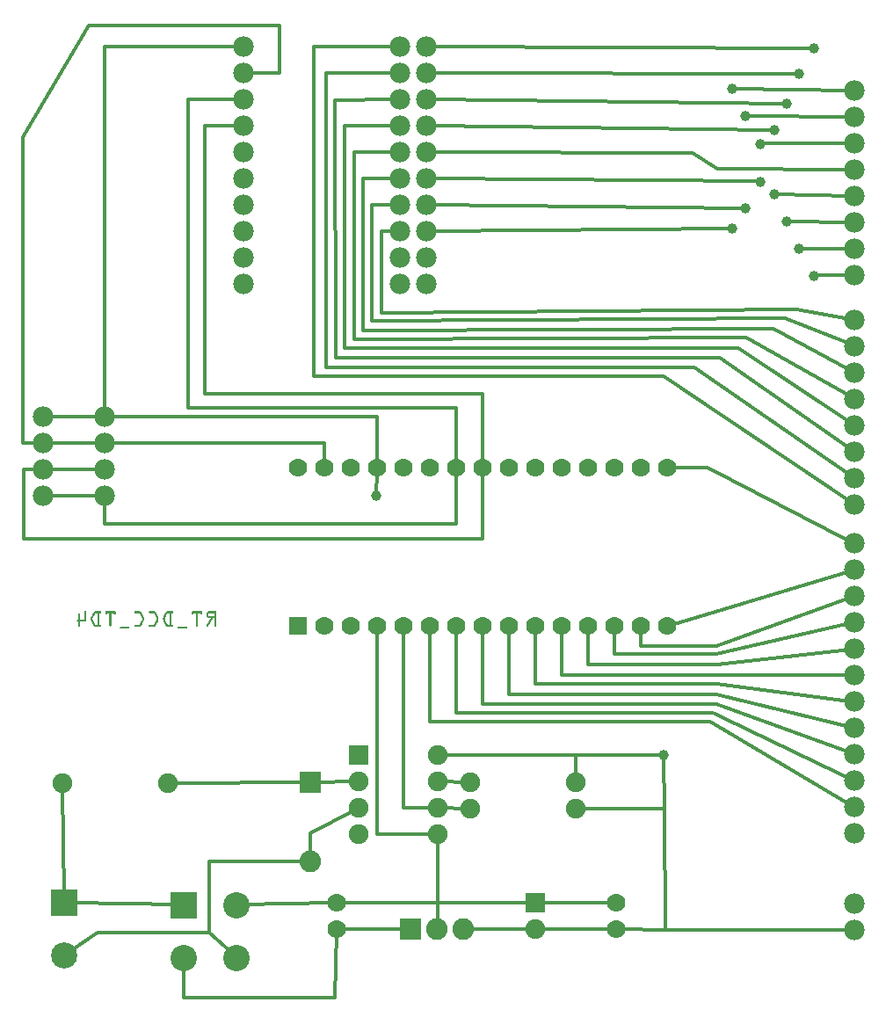
<source format=gbl>
G04 MADE WITH FRITZING*
G04 WWW.FRITZING.ORG*
G04 DOUBLE SIDED*
G04 HOLES PLATED*
G04 CONTOUR ON CENTER OF CONTOUR VECTOR*
%ASAXBY*%
%FSLAX23Y23*%
%MOIN*%
%OFA0B0*%
%SFA1.0B1.0*%
%ADD10C,0.100000*%
%ADD11C,0.070000*%
%ADD12C,0.075000*%
%ADD13C,0.082000*%
%ADD14C,0.078000*%
%ADD15C,0.039370*%
%ADD16C,0.099055*%
%ADD17R,0.100000X0.100000*%
%ADD18R,0.070000X0.069972*%
%ADD19R,0.075000X0.075000*%
%ADD20R,0.082000X0.082000*%
%ADD21R,0.099055X0.099055*%
%ADD22C,0.012000*%
%ADD23R,0.001000X0.001000*%
%LNCOPPER0*%
G90*
G70*
G54D10*
X656Y550D03*
X856Y350D03*
X656Y350D03*
X856Y550D03*
G54D11*
X1087Y1607D03*
X1187Y1607D03*
X1287Y1607D03*
X1387Y1607D03*
X1487Y1607D03*
X1587Y1607D03*
X1687Y1607D03*
X1787Y1607D03*
X1887Y1607D03*
X1987Y1607D03*
X2087Y1607D03*
X2187Y1607D03*
X2287Y1607D03*
X2387Y1607D03*
X2487Y1607D03*
X1087Y2207D03*
X1187Y2207D03*
X1287Y2207D03*
X1387Y2207D03*
X1487Y2207D03*
X1587Y2207D03*
X1687Y2207D03*
X1787Y2207D03*
X1887Y2207D03*
X1987Y2207D03*
X2087Y2207D03*
X2187Y2207D03*
X2287Y2207D03*
X2387Y2207D03*
X2487Y2207D03*
X2295Y557D03*
X2295Y457D03*
X1233Y559D03*
X1233Y459D03*
G54D12*
X1989Y557D03*
X1989Y457D03*
X1318Y1118D03*
X1618Y1118D03*
X1318Y1018D03*
X1618Y1018D03*
X1318Y918D03*
X1618Y918D03*
X1318Y818D03*
X1618Y818D03*
X195Y1013D03*
X595Y1013D03*
G54D13*
X1134Y1014D03*
X1134Y716D03*
G54D12*
X1742Y914D03*
X2142Y914D03*
X1742Y1016D03*
X2142Y1016D03*
G54D13*
X1516Y459D03*
X1616Y459D03*
X1716Y459D03*
G54D14*
X3199Y2770D03*
X3199Y2670D03*
X3199Y2570D03*
X3199Y2470D03*
X3199Y2370D03*
X3199Y2270D03*
X3199Y2170D03*
X3199Y2070D03*
X3199Y3638D03*
X3199Y3538D03*
X3199Y3438D03*
X3199Y3338D03*
X3199Y3238D03*
X3199Y3138D03*
X3199Y3038D03*
X3199Y2938D03*
G54D15*
X1385Y2102D03*
X2474Y1118D03*
G54D14*
X3199Y1921D03*
X3199Y1821D03*
X3199Y1721D03*
X3199Y1621D03*
X3199Y1521D03*
X3199Y1421D03*
X3199Y1321D03*
X3199Y1221D03*
X3199Y1121D03*
X3199Y1021D03*
X3199Y921D03*
X3199Y821D03*
G54D15*
X2736Y3644D03*
X2785Y3542D03*
X2842Y3436D03*
X2893Y3245D03*
X2941Y3143D03*
X2989Y3038D03*
X3044Y2936D03*
X3044Y3800D03*
X2989Y3701D03*
X2941Y3587D03*
X2893Y3489D03*
X2842Y3293D03*
X2785Y3193D03*
X2736Y3114D03*
G54D14*
X3199Y555D03*
X3199Y455D03*
G54D16*
X200Y559D03*
X200Y359D03*
G54D14*
X1473Y3805D03*
X1473Y3705D03*
X1473Y3605D03*
X1473Y3505D03*
X1473Y3405D03*
X1473Y3305D03*
X1473Y3205D03*
X1473Y3105D03*
X1473Y3005D03*
X1473Y2905D03*
X1473Y3805D03*
X1473Y3705D03*
X1473Y3605D03*
X1473Y3505D03*
X1473Y3405D03*
X1473Y3305D03*
X1473Y3205D03*
X1473Y3105D03*
X1473Y3005D03*
X1473Y2905D03*
X1573Y2905D03*
X1573Y3005D03*
X1573Y3105D03*
X1573Y3205D03*
X1573Y3305D03*
X1573Y3405D03*
X1573Y3505D03*
X1573Y3605D03*
X1573Y3705D03*
X1573Y3805D03*
X882Y3805D03*
X882Y3705D03*
X882Y3605D03*
X882Y3505D03*
X882Y3405D03*
X882Y3305D03*
X882Y3205D03*
X882Y3105D03*
X882Y3005D03*
X882Y2905D03*
X353Y2402D03*
X353Y2302D03*
X353Y2202D03*
X353Y2102D03*
X122Y2402D03*
X122Y2302D03*
X122Y2202D03*
X122Y2102D03*
G54D17*
X656Y550D03*
G54D18*
X1087Y1607D03*
G54D19*
X1989Y557D03*
X1318Y1118D03*
G54D20*
X1134Y1015D03*
X1516Y459D03*
G54D21*
X200Y559D03*
G54D22*
X1687Y2436D02*
X1687Y2225D01*
D02*
X671Y2436D02*
X1687Y2436D01*
D02*
X671Y3605D02*
X671Y2436D01*
D02*
X863Y3605D02*
X671Y3605D01*
D02*
X1787Y2489D02*
X1787Y2225D01*
D02*
X733Y2489D02*
X1787Y2489D01*
D02*
X733Y3505D02*
X733Y2489D01*
D02*
X863Y3505D02*
X733Y3505D01*
D02*
X1687Y1995D02*
X1687Y2189D01*
D02*
X354Y1995D02*
X1687Y1995D01*
D02*
X353Y2083D02*
X354Y1995D01*
D02*
X1787Y1937D02*
X1787Y2189D01*
D02*
X47Y1937D02*
X1787Y1937D01*
D02*
X47Y2202D02*
X47Y1937D01*
D02*
X103Y2202D02*
X47Y2202D01*
D02*
X334Y2202D02*
X141Y2202D01*
D02*
X141Y2102D02*
X334Y2102D01*
D02*
X1187Y2302D02*
X1187Y2225D01*
D02*
X490Y2302D02*
X1187Y2302D01*
D02*
X372Y2302D02*
X490Y2302D01*
D02*
X141Y2302D02*
X334Y2302D01*
D02*
X1387Y2402D02*
X1387Y2225D01*
D02*
X372Y2402D02*
X1387Y2402D01*
D02*
X334Y2402D02*
X141Y2402D01*
D02*
X636Y551D02*
X230Y559D01*
D02*
X329Y444D02*
X225Y375D01*
D02*
X752Y444D02*
X329Y444D01*
D02*
X841Y364D02*
X752Y444D01*
D02*
X1218Y558D02*
X876Y551D01*
D02*
X656Y197D02*
X656Y330D01*
D02*
X1228Y197D02*
X656Y197D01*
D02*
X1233Y444D02*
X1228Y197D01*
D02*
X1618Y559D02*
X1248Y559D01*
D02*
X1972Y557D02*
X1618Y559D01*
D02*
X2280Y557D02*
X2007Y557D01*
D02*
X2280Y457D02*
X2007Y457D01*
D02*
X1618Y559D02*
X1618Y800D01*
D02*
X1617Y480D02*
X1618Y559D01*
D02*
X1387Y818D02*
X1387Y1589D01*
D02*
X1600Y818D02*
X1387Y818D01*
D02*
X195Y995D02*
X200Y589D01*
D02*
X1155Y1014D02*
X1300Y1017D01*
D02*
X1134Y823D02*
X1302Y910D01*
D02*
X1134Y737D02*
X1134Y823D01*
D02*
X752Y716D02*
X1113Y716D01*
D02*
X752Y444D02*
X752Y716D01*
D02*
X2478Y914D02*
X2482Y454D01*
D02*
X2474Y1110D02*
X2478Y914D01*
D02*
X2482Y454D02*
X2310Y457D01*
D02*
X1487Y918D02*
X1487Y1589D01*
D02*
X1600Y918D02*
X1487Y918D01*
D02*
X1635Y917D02*
X1725Y915D01*
D02*
X1635Y1017D02*
X1725Y1016D01*
D02*
X2478Y914D02*
X2160Y914D01*
D02*
X2142Y1118D02*
X1635Y1118D01*
D02*
X2466Y1118D02*
X2142Y1118D01*
D02*
X353Y3805D02*
X353Y2421D01*
D02*
X863Y3805D02*
X353Y3805D01*
D02*
X44Y2302D02*
X103Y2302D01*
D02*
X44Y3462D02*
X44Y2302D01*
D02*
X293Y3885D02*
X44Y3462D01*
D02*
X1018Y3885D02*
X293Y3885D01*
D02*
X1018Y3705D02*
X1018Y3885D01*
D02*
X901Y3705D02*
X1018Y3705D01*
D02*
X1495Y459D02*
X1248Y459D01*
D02*
X1972Y457D02*
X1737Y459D01*
D02*
X3036Y3800D02*
X1592Y3805D01*
D02*
X3180Y3638D02*
X2743Y3644D01*
D02*
X2981Y3701D02*
X1592Y3705D01*
D02*
X3180Y3538D02*
X2793Y3542D01*
D02*
X2934Y3587D02*
X1592Y3605D01*
D02*
X3180Y3438D02*
X2850Y3437D01*
D02*
X2885Y3489D02*
X1592Y3505D01*
D02*
X2584Y3401D02*
X1592Y3405D01*
D02*
X2679Y3342D02*
X2584Y3401D01*
D02*
X3180Y3338D02*
X2679Y3342D01*
D02*
X3180Y3239D02*
X2900Y3245D01*
D02*
X2834Y3294D02*
X1592Y3305D01*
D02*
X3180Y3139D02*
X2949Y3143D01*
D02*
X2777Y3193D02*
X1592Y3205D01*
D02*
X3180Y3038D02*
X2997Y3038D01*
D02*
X2728Y3114D02*
X1592Y3105D01*
D02*
X3180Y2938D02*
X3051Y2937D01*
D02*
X2978Y2810D02*
X1405Y2795D01*
D02*
X1405Y3105D02*
X1454Y3105D01*
D02*
X1405Y2795D02*
X1405Y3105D01*
D02*
X3180Y2773D02*
X2978Y2810D01*
D02*
X2935Y2776D02*
X1369Y2764D01*
D02*
X1369Y2764D02*
X1369Y3205D01*
D02*
X1369Y3205D02*
X1454Y3205D01*
D02*
X3182Y2677D02*
X2935Y2776D01*
D02*
X2891Y2736D02*
X1335Y2730D01*
D02*
X1335Y2730D02*
X1335Y3305D01*
D02*
X1335Y3305D02*
X1454Y3305D01*
D02*
X3182Y2579D02*
X2891Y2736D01*
D02*
X2787Y2702D02*
X3183Y2479D01*
D02*
X1302Y2696D02*
X2787Y2702D01*
D02*
X1302Y3405D02*
X1302Y2696D01*
D02*
X1454Y3405D02*
X1302Y3405D01*
D02*
X2757Y2662D02*
X1263Y2662D01*
D02*
X1263Y3505D02*
X1454Y3505D01*
D02*
X1263Y2662D02*
X1263Y3505D01*
D02*
X3183Y2380D02*
X2757Y2662D01*
D02*
X2689Y2624D02*
X1232Y2624D01*
D02*
X1232Y2624D02*
X1227Y3603D01*
D02*
X1227Y3603D02*
X1454Y3605D01*
D02*
X3184Y2280D02*
X2689Y2624D01*
D02*
X2590Y2588D02*
X1193Y2588D01*
D02*
X1193Y2588D02*
X1193Y3705D01*
D02*
X1193Y3705D02*
X1454Y3705D01*
D02*
X3183Y2180D02*
X2590Y2588D01*
D02*
X2476Y2556D02*
X1148Y2556D01*
D02*
X1148Y2556D02*
X1148Y3805D01*
D02*
X1148Y3805D02*
X1454Y3805D01*
D02*
X3183Y2080D02*
X2476Y2556D01*
D02*
X1385Y2110D02*
X1387Y2189D01*
D02*
X2642Y2208D02*
X2505Y2207D01*
D02*
X3182Y1929D02*
X2642Y2208D01*
D02*
X3181Y1815D02*
X2505Y1612D01*
D02*
X2387Y1531D02*
X2387Y1589D01*
D02*
X2675Y1531D02*
X2387Y1531D01*
D02*
X3181Y1714D02*
X2675Y1531D01*
D02*
X2287Y1501D02*
X2287Y1589D01*
D02*
X2675Y1501D02*
X2287Y1501D01*
D02*
X3181Y1617D02*
X2675Y1501D01*
D02*
X2187Y1463D02*
X2187Y1589D01*
D02*
X2677Y1463D02*
X2187Y1463D01*
D02*
X3180Y1519D02*
X2677Y1463D01*
D02*
X2087Y1421D02*
X2087Y1589D01*
D02*
X3180Y1421D02*
X2087Y1421D01*
D02*
X1987Y1388D02*
X1987Y1589D01*
D02*
X2673Y1388D02*
X1987Y1388D01*
D02*
X3180Y1323D02*
X2673Y1388D01*
D02*
X1887Y1350D02*
X2675Y1350D01*
D02*
X2675Y1350D02*
X3181Y1225D01*
D02*
X1887Y1589D02*
X1887Y1350D01*
D02*
X2142Y1118D02*
X2142Y1033D01*
D02*
X2673Y1313D02*
X3181Y1127D01*
D02*
X1787Y1313D02*
X2673Y1313D01*
D02*
X1787Y1589D02*
X1787Y1313D01*
D02*
X1687Y1279D02*
X2662Y1279D01*
D02*
X2662Y1279D02*
X3182Y1029D01*
D02*
X1687Y1589D02*
X1687Y1279D01*
D02*
X1587Y1244D02*
X1587Y1589D01*
D02*
X2651Y1244D02*
X1587Y1244D01*
D02*
X3183Y930D02*
X2651Y1244D01*
D02*
X2482Y454D02*
X3180Y455D01*
D02*
X1113Y1014D02*
X613Y1013D01*
G54D23*
X322Y1664D02*
X337Y1664D01*
X362Y1664D02*
X391Y1664D01*
X472Y1664D02*
X484Y1664D01*
X527Y1664D02*
X539Y1664D01*
X596Y1664D02*
X611Y1664D01*
X690Y1664D02*
X720Y1664D01*
X753Y1664D02*
X776Y1664D01*
X279Y1663D02*
X283Y1663D01*
X318Y1663D02*
X340Y1663D01*
X359Y1663D02*
X394Y1663D01*
X469Y1663D02*
X489Y1663D01*
X524Y1663D02*
X544Y1663D01*
X591Y1663D02*
X614Y1663D01*
X687Y1663D02*
X723Y1663D01*
X748Y1663D02*
X778Y1663D01*
X278Y1662D02*
X283Y1662D01*
X316Y1662D02*
X341Y1662D01*
X358Y1662D02*
X395Y1662D01*
X468Y1662D02*
X491Y1662D01*
X523Y1662D02*
X546Y1662D01*
X590Y1662D02*
X614Y1662D01*
X686Y1662D02*
X724Y1662D01*
X746Y1662D02*
X778Y1662D01*
X277Y1661D02*
X284Y1661D01*
X315Y1661D02*
X341Y1661D01*
X358Y1661D02*
X396Y1661D01*
X468Y1661D02*
X492Y1661D01*
X522Y1661D02*
X547Y1661D01*
X588Y1661D02*
X615Y1661D01*
X686Y1661D02*
X724Y1661D01*
X745Y1661D02*
X778Y1661D01*
X277Y1660D02*
X284Y1660D01*
X314Y1660D02*
X341Y1660D01*
X357Y1660D02*
X396Y1660D01*
X468Y1660D02*
X493Y1660D01*
X522Y1660D02*
X548Y1660D01*
X587Y1660D02*
X615Y1660D01*
X686Y1660D02*
X724Y1660D01*
X744Y1660D02*
X778Y1660D01*
X277Y1659D02*
X284Y1659D01*
X313Y1659D02*
X341Y1659D01*
X357Y1659D02*
X396Y1659D01*
X468Y1659D02*
X494Y1659D01*
X523Y1659D02*
X549Y1659D01*
X587Y1659D02*
X615Y1659D01*
X686Y1659D02*
X724Y1659D01*
X743Y1659D02*
X778Y1659D01*
X277Y1658D02*
X284Y1658D01*
X312Y1658D02*
X341Y1658D01*
X357Y1658D02*
X396Y1658D01*
X468Y1658D02*
X495Y1658D01*
X523Y1658D02*
X549Y1658D01*
X586Y1658D02*
X614Y1658D01*
X686Y1658D02*
X724Y1658D01*
X743Y1658D02*
X778Y1658D01*
X257Y1657D02*
X259Y1657D01*
X277Y1657D02*
X284Y1657D01*
X312Y1657D02*
X340Y1657D01*
X357Y1657D02*
X396Y1657D01*
X469Y1657D02*
X495Y1657D01*
X524Y1657D02*
X550Y1657D01*
X585Y1657D02*
X613Y1657D01*
X686Y1657D02*
X724Y1657D01*
X742Y1657D02*
X778Y1657D01*
X256Y1656D02*
X261Y1656D01*
X277Y1656D02*
X284Y1656D01*
X311Y1656D02*
X320Y1656D01*
X327Y1656D02*
X334Y1656D01*
X357Y1656D02*
X364Y1656D01*
X373Y1656D02*
X380Y1656D01*
X389Y1656D02*
X396Y1656D01*
X487Y1656D02*
X496Y1656D01*
X542Y1656D02*
X550Y1656D01*
X585Y1656D02*
X593Y1656D01*
X601Y1656D02*
X608Y1656D01*
X686Y1656D02*
X693Y1656D01*
X702Y1656D02*
X708Y1656D01*
X717Y1656D02*
X724Y1656D01*
X742Y1656D02*
X750Y1656D01*
X771Y1656D02*
X778Y1656D01*
X255Y1655D02*
X261Y1655D01*
X277Y1655D02*
X284Y1655D01*
X311Y1655D02*
X318Y1655D01*
X327Y1655D02*
X334Y1655D01*
X357Y1655D02*
X364Y1655D01*
X373Y1655D02*
X380Y1655D01*
X389Y1655D02*
X396Y1655D01*
X488Y1655D02*
X496Y1655D01*
X543Y1655D02*
X551Y1655D01*
X584Y1655D02*
X592Y1655D01*
X601Y1655D02*
X608Y1655D01*
X686Y1655D02*
X692Y1655D01*
X702Y1655D02*
X708Y1655D01*
X717Y1655D02*
X724Y1655D01*
X742Y1655D02*
X749Y1655D01*
X771Y1655D02*
X778Y1655D01*
X255Y1654D02*
X261Y1654D01*
X277Y1654D02*
X284Y1654D01*
X310Y1654D02*
X318Y1654D01*
X327Y1654D02*
X334Y1654D01*
X357Y1654D02*
X364Y1654D01*
X373Y1654D02*
X380Y1654D01*
X389Y1654D02*
X396Y1654D01*
X489Y1654D02*
X497Y1654D01*
X544Y1654D02*
X551Y1654D01*
X584Y1654D02*
X591Y1654D01*
X601Y1654D02*
X608Y1654D01*
X686Y1654D02*
X692Y1654D01*
X702Y1654D02*
X708Y1654D01*
X718Y1654D02*
X724Y1654D01*
X741Y1654D02*
X748Y1654D01*
X771Y1654D02*
X778Y1654D01*
X255Y1653D02*
X261Y1653D01*
X277Y1653D02*
X284Y1653D01*
X310Y1653D02*
X317Y1653D01*
X327Y1653D02*
X334Y1653D01*
X358Y1653D02*
X364Y1653D01*
X373Y1653D02*
X380Y1653D01*
X389Y1653D02*
X396Y1653D01*
X490Y1653D02*
X497Y1653D01*
X544Y1653D02*
X552Y1653D01*
X583Y1653D02*
X591Y1653D01*
X601Y1653D02*
X608Y1653D01*
X686Y1653D02*
X692Y1653D01*
X702Y1653D02*
X708Y1653D01*
X718Y1653D02*
X724Y1653D01*
X741Y1653D02*
X748Y1653D01*
X771Y1653D02*
X778Y1653D01*
X255Y1652D02*
X261Y1652D01*
X277Y1652D02*
X284Y1652D01*
X309Y1652D02*
X317Y1652D01*
X327Y1652D02*
X334Y1652D01*
X358Y1652D02*
X364Y1652D01*
X373Y1652D02*
X380Y1652D01*
X390Y1652D02*
X395Y1652D01*
X490Y1652D02*
X498Y1652D01*
X545Y1652D02*
X552Y1652D01*
X583Y1652D02*
X590Y1652D01*
X601Y1652D02*
X608Y1652D01*
X686Y1652D02*
X692Y1652D01*
X702Y1652D02*
X708Y1652D01*
X718Y1652D02*
X724Y1652D01*
X741Y1652D02*
X748Y1652D01*
X771Y1652D02*
X778Y1652D01*
X255Y1651D02*
X261Y1651D01*
X277Y1651D02*
X284Y1651D01*
X309Y1651D02*
X316Y1651D01*
X327Y1651D02*
X334Y1651D01*
X359Y1651D02*
X363Y1651D01*
X373Y1651D02*
X380Y1651D01*
X390Y1651D02*
X394Y1651D01*
X491Y1651D02*
X498Y1651D01*
X545Y1651D02*
X553Y1651D01*
X582Y1651D02*
X590Y1651D01*
X601Y1651D02*
X608Y1651D01*
X687Y1651D02*
X691Y1651D01*
X702Y1651D02*
X708Y1651D01*
X719Y1651D02*
X723Y1651D01*
X741Y1651D02*
X748Y1651D01*
X771Y1651D02*
X778Y1651D01*
X255Y1650D02*
X261Y1650D01*
X277Y1650D02*
X284Y1650D01*
X308Y1650D02*
X316Y1650D01*
X327Y1650D02*
X334Y1650D01*
X361Y1650D02*
X361Y1650D01*
X373Y1650D02*
X380Y1650D01*
X392Y1650D02*
X392Y1650D01*
X491Y1650D02*
X499Y1650D01*
X546Y1650D02*
X553Y1650D01*
X582Y1650D02*
X589Y1650D01*
X601Y1650D02*
X608Y1650D01*
X689Y1650D02*
X689Y1650D01*
X702Y1650D02*
X708Y1650D01*
X721Y1650D02*
X721Y1650D01*
X741Y1650D02*
X748Y1650D01*
X771Y1650D02*
X778Y1650D01*
X255Y1649D02*
X261Y1649D01*
X277Y1649D02*
X284Y1649D01*
X308Y1649D02*
X315Y1649D01*
X327Y1649D02*
X334Y1649D01*
X373Y1649D02*
X380Y1649D01*
X492Y1649D02*
X499Y1649D01*
X546Y1649D02*
X554Y1649D01*
X581Y1649D02*
X589Y1649D01*
X601Y1649D02*
X608Y1649D01*
X702Y1649D02*
X708Y1649D01*
X741Y1649D02*
X748Y1649D01*
X771Y1649D02*
X778Y1649D01*
X255Y1648D02*
X261Y1648D01*
X277Y1648D02*
X284Y1648D01*
X307Y1648D02*
X315Y1648D01*
X327Y1648D02*
X334Y1648D01*
X373Y1648D02*
X380Y1648D01*
X492Y1648D02*
X500Y1648D01*
X547Y1648D02*
X554Y1648D01*
X581Y1648D02*
X588Y1648D01*
X601Y1648D02*
X608Y1648D01*
X702Y1648D02*
X708Y1648D01*
X741Y1648D02*
X748Y1648D01*
X771Y1648D02*
X778Y1648D01*
X255Y1647D02*
X261Y1647D01*
X277Y1647D02*
X284Y1647D01*
X307Y1647D02*
X314Y1647D01*
X327Y1647D02*
X334Y1647D01*
X373Y1647D02*
X380Y1647D01*
X493Y1647D02*
X500Y1647D01*
X547Y1647D02*
X555Y1647D01*
X580Y1647D02*
X588Y1647D01*
X601Y1647D02*
X608Y1647D01*
X702Y1647D02*
X708Y1647D01*
X741Y1647D02*
X748Y1647D01*
X771Y1647D02*
X778Y1647D01*
X255Y1646D02*
X261Y1646D01*
X277Y1646D02*
X284Y1646D01*
X306Y1646D02*
X314Y1646D01*
X327Y1646D02*
X334Y1646D01*
X373Y1646D02*
X380Y1646D01*
X493Y1646D02*
X501Y1646D01*
X548Y1646D02*
X555Y1646D01*
X580Y1646D02*
X587Y1646D01*
X601Y1646D02*
X608Y1646D01*
X702Y1646D02*
X708Y1646D01*
X742Y1646D02*
X749Y1646D01*
X771Y1646D02*
X778Y1646D01*
X255Y1645D02*
X261Y1645D01*
X277Y1645D02*
X284Y1645D01*
X306Y1645D02*
X313Y1645D01*
X327Y1645D02*
X334Y1645D01*
X373Y1645D02*
X380Y1645D01*
X494Y1645D02*
X501Y1645D01*
X548Y1645D02*
X556Y1645D01*
X579Y1645D02*
X587Y1645D01*
X601Y1645D02*
X608Y1645D01*
X702Y1645D02*
X708Y1645D01*
X742Y1645D02*
X750Y1645D01*
X771Y1645D02*
X778Y1645D01*
X255Y1644D02*
X261Y1644D01*
X277Y1644D02*
X284Y1644D01*
X305Y1644D02*
X313Y1644D01*
X327Y1644D02*
X334Y1644D01*
X373Y1644D02*
X380Y1644D01*
X494Y1644D02*
X502Y1644D01*
X549Y1644D02*
X556Y1644D01*
X579Y1644D02*
X586Y1644D01*
X601Y1644D02*
X608Y1644D01*
X702Y1644D02*
X708Y1644D01*
X742Y1644D02*
X778Y1644D01*
X255Y1643D02*
X261Y1643D01*
X277Y1643D02*
X284Y1643D01*
X305Y1643D02*
X312Y1643D01*
X327Y1643D02*
X334Y1643D01*
X373Y1643D02*
X380Y1643D01*
X495Y1643D02*
X502Y1643D01*
X549Y1643D02*
X557Y1643D01*
X578Y1643D02*
X586Y1643D01*
X601Y1643D02*
X608Y1643D01*
X702Y1643D02*
X708Y1643D01*
X743Y1643D02*
X778Y1643D01*
X255Y1642D02*
X261Y1642D01*
X277Y1642D02*
X284Y1642D01*
X304Y1642D02*
X312Y1642D01*
X327Y1642D02*
X334Y1642D01*
X373Y1642D02*
X380Y1642D01*
X495Y1642D02*
X503Y1642D01*
X550Y1642D02*
X557Y1642D01*
X578Y1642D02*
X585Y1642D01*
X601Y1642D02*
X608Y1642D01*
X702Y1642D02*
X708Y1642D01*
X743Y1642D02*
X778Y1642D01*
X255Y1641D02*
X261Y1641D01*
X277Y1641D02*
X284Y1641D01*
X304Y1641D02*
X311Y1641D01*
X327Y1641D02*
X334Y1641D01*
X373Y1641D02*
X380Y1641D01*
X496Y1641D02*
X503Y1641D01*
X550Y1641D02*
X558Y1641D01*
X577Y1641D02*
X585Y1641D01*
X601Y1641D02*
X608Y1641D01*
X702Y1641D02*
X708Y1641D01*
X744Y1641D02*
X778Y1641D01*
X255Y1640D02*
X261Y1640D01*
X277Y1640D02*
X284Y1640D01*
X303Y1640D02*
X311Y1640D01*
X327Y1640D02*
X334Y1640D01*
X373Y1640D02*
X380Y1640D01*
X496Y1640D02*
X503Y1640D01*
X551Y1640D02*
X558Y1640D01*
X577Y1640D02*
X584Y1640D01*
X601Y1640D02*
X608Y1640D01*
X702Y1640D02*
X708Y1640D01*
X745Y1640D02*
X778Y1640D01*
X255Y1639D02*
X261Y1639D01*
X277Y1639D02*
X284Y1639D01*
X303Y1639D02*
X310Y1639D01*
X327Y1639D02*
X334Y1639D01*
X373Y1639D02*
X380Y1639D01*
X497Y1639D02*
X504Y1639D01*
X551Y1639D02*
X558Y1639D01*
X577Y1639D02*
X584Y1639D01*
X601Y1639D02*
X608Y1639D01*
X702Y1639D02*
X708Y1639D01*
X746Y1639D02*
X778Y1639D01*
X255Y1638D02*
X261Y1638D01*
X277Y1638D02*
X284Y1638D01*
X303Y1638D02*
X310Y1638D01*
X327Y1638D02*
X334Y1638D01*
X373Y1638D02*
X380Y1638D01*
X497Y1638D02*
X504Y1638D01*
X552Y1638D02*
X559Y1638D01*
X576Y1638D02*
X583Y1638D01*
X601Y1638D02*
X608Y1638D01*
X702Y1638D02*
X708Y1638D01*
X748Y1638D02*
X778Y1638D01*
X255Y1637D02*
X261Y1637D01*
X277Y1637D02*
X284Y1637D01*
X303Y1637D02*
X309Y1637D01*
X327Y1637D02*
X334Y1637D01*
X373Y1637D02*
X380Y1637D01*
X497Y1637D02*
X504Y1637D01*
X552Y1637D02*
X559Y1637D01*
X576Y1637D02*
X583Y1637D01*
X601Y1637D02*
X608Y1637D01*
X702Y1637D02*
X708Y1637D01*
X757Y1637D02*
X765Y1637D01*
X771Y1637D02*
X778Y1637D01*
X255Y1636D02*
X261Y1636D01*
X277Y1636D02*
X284Y1636D01*
X302Y1636D02*
X309Y1636D01*
X327Y1636D02*
X334Y1636D01*
X373Y1636D02*
X380Y1636D01*
X497Y1636D02*
X504Y1636D01*
X552Y1636D02*
X559Y1636D01*
X576Y1636D02*
X583Y1636D01*
X601Y1636D02*
X608Y1636D01*
X702Y1636D02*
X708Y1636D01*
X757Y1636D02*
X764Y1636D01*
X771Y1636D02*
X778Y1636D01*
X255Y1635D02*
X261Y1635D01*
X277Y1635D02*
X284Y1635D01*
X302Y1635D02*
X309Y1635D01*
X327Y1635D02*
X334Y1635D01*
X373Y1635D02*
X380Y1635D01*
X498Y1635D02*
X504Y1635D01*
X552Y1635D02*
X559Y1635D01*
X576Y1635D02*
X583Y1635D01*
X601Y1635D02*
X608Y1635D01*
X702Y1635D02*
X708Y1635D01*
X756Y1635D02*
X764Y1635D01*
X771Y1635D02*
X778Y1635D01*
X255Y1634D02*
X261Y1634D01*
X277Y1634D02*
X284Y1634D01*
X302Y1634D02*
X309Y1634D01*
X327Y1634D02*
X334Y1634D01*
X373Y1634D02*
X380Y1634D01*
X498Y1634D02*
X504Y1634D01*
X552Y1634D02*
X559Y1634D01*
X576Y1634D02*
X583Y1634D01*
X601Y1634D02*
X608Y1634D01*
X702Y1634D02*
X708Y1634D01*
X755Y1634D02*
X763Y1634D01*
X771Y1634D02*
X778Y1634D01*
X255Y1633D02*
X261Y1633D01*
X277Y1633D02*
X284Y1633D01*
X302Y1633D02*
X309Y1633D01*
X327Y1633D02*
X334Y1633D01*
X373Y1633D02*
X380Y1633D01*
X497Y1633D02*
X504Y1633D01*
X552Y1633D02*
X559Y1633D01*
X576Y1633D02*
X583Y1633D01*
X601Y1633D02*
X608Y1633D01*
X702Y1633D02*
X708Y1633D01*
X755Y1633D02*
X763Y1633D01*
X771Y1633D02*
X778Y1633D01*
X254Y1632D02*
X262Y1632D01*
X277Y1632D02*
X284Y1632D01*
X303Y1632D02*
X309Y1632D01*
X327Y1632D02*
X334Y1632D01*
X373Y1632D02*
X380Y1632D01*
X497Y1632D02*
X504Y1632D01*
X552Y1632D02*
X559Y1632D01*
X576Y1632D02*
X583Y1632D01*
X601Y1632D02*
X608Y1632D01*
X702Y1632D02*
X708Y1632D01*
X754Y1632D02*
X762Y1632D01*
X771Y1632D02*
X778Y1632D01*
X252Y1631D02*
X284Y1631D01*
X303Y1631D02*
X310Y1631D01*
X327Y1631D02*
X334Y1631D01*
X373Y1631D02*
X380Y1631D01*
X497Y1631D02*
X504Y1631D01*
X552Y1631D02*
X559Y1631D01*
X576Y1631D02*
X583Y1631D01*
X601Y1631D02*
X608Y1631D01*
X702Y1631D02*
X708Y1631D01*
X754Y1631D02*
X762Y1631D01*
X771Y1631D02*
X778Y1631D01*
X251Y1630D02*
X284Y1630D01*
X303Y1630D02*
X310Y1630D01*
X327Y1630D02*
X334Y1630D01*
X373Y1630D02*
X380Y1630D01*
X497Y1630D02*
X504Y1630D01*
X551Y1630D02*
X558Y1630D01*
X577Y1630D02*
X584Y1630D01*
X601Y1630D02*
X608Y1630D01*
X702Y1630D02*
X708Y1630D01*
X753Y1630D02*
X761Y1630D01*
X771Y1630D02*
X778Y1630D01*
X250Y1629D02*
X284Y1629D01*
X303Y1629D02*
X311Y1629D01*
X327Y1629D02*
X334Y1629D01*
X373Y1629D02*
X380Y1629D01*
X496Y1629D02*
X503Y1629D01*
X551Y1629D02*
X558Y1629D01*
X577Y1629D02*
X584Y1629D01*
X601Y1629D02*
X608Y1629D01*
X702Y1629D02*
X708Y1629D01*
X752Y1629D02*
X760Y1629D01*
X771Y1629D02*
X778Y1629D01*
X250Y1628D02*
X284Y1628D01*
X304Y1628D02*
X311Y1628D01*
X327Y1628D02*
X334Y1628D01*
X373Y1628D02*
X380Y1628D01*
X496Y1628D02*
X503Y1628D01*
X550Y1628D02*
X558Y1628D01*
X577Y1628D02*
X585Y1628D01*
X601Y1628D02*
X608Y1628D01*
X702Y1628D02*
X708Y1628D01*
X752Y1628D02*
X760Y1628D01*
X771Y1628D02*
X778Y1628D01*
X250Y1627D02*
X284Y1627D01*
X304Y1627D02*
X312Y1627D01*
X327Y1627D02*
X334Y1627D01*
X373Y1627D02*
X380Y1627D01*
X495Y1627D02*
X502Y1627D01*
X550Y1627D02*
X557Y1627D01*
X578Y1627D02*
X585Y1627D01*
X601Y1627D02*
X608Y1627D01*
X702Y1627D02*
X708Y1627D01*
X751Y1627D02*
X759Y1627D01*
X771Y1627D02*
X778Y1627D01*
X251Y1626D02*
X284Y1626D01*
X305Y1626D02*
X312Y1626D01*
X327Y1626D02*
X334Y1626D01*
X373Y1626D02*
X380Y1626D01*
X495Y1626D02*
X502Y1626D01*
X549Y1626D02*
X557Y1626D01*
X578Y1626D02*
X586Y1626D01*
X601Y1626D02*
X608Y1626D01*
X702Y1626D02*
X708Y1626D01*
X751Y1626D02*
X759Y1626D01*
X771Y1626D02*
X778Y1626D01*
X251Y1625D02*
X284Y1625D01*
X305Y1625D02*
X313Y1625D01*
X327Y1625D02*
X334Y1625D01*
X373Y1625D02*
X380Y1625D01*
X494Y1625D02*
X502Y1625D01*
X549Y1625D02*
X556Y1625D01*
X579Y1625D02*
X586Y1625D01*
X601Y1625D02*
X608Y1625D01*
X702Y1625D02*
X708Y1625D01*
X750Y1625D02*
X758Y1625D01*
X771Y1625D02*
X778Y1625D01*
X255Y1624D02*
X262Y1624D01*
X306Y1624D02*
X313Y1624D01*
X327Y1624D02*
X334Y1624D01*
X373Y1624D02*
X380Y1624D01*
X494Y1624D02*
X501Y1624D01*
X548Y1624D02*
X556Y1624D01*
X579Y1624D02*
X587Y1624D01*
X601Y1624D02*
X608Y1624D01*
X702Y1624D02*
X708Y1624D01*
X750Y1624D02*
X757Y1624D01*
X771Y1624D02*
X778Y1624D01*
X255Y1623D02*
X261Y1623D01*
X306Y1623D02*
X314Y1623D01*
X327Y1623D02*
X334Y1623D01*
X373Y1623D02*
X380Y1623D01*
X493Y1623D02*
X501Y1623D01*
X548Y1623D02*
X556Y1623D01*
X580Y1623D02*
X587Y1623D01*
X601Y1623D02*
X608Y1623D01*
X702Y1623D02*
X708Y1623D01*
X749Y1623D02*
X757Y1623D01*
X771Y1623D02*
X778Y1623D01*
X255Y1622D02*
X261Y1622D01*
X307Y1622D02*
X314Y1622D01*
X327Y1622D02*
X334Y1622D01*
X373Y1622D02*
X380Y1622D01*
X493Y1622D02*
X500Y1622D01*
X547Y1622D02*
X555Y1622D01*
X580Y1622D02*
X588Y1622D01*
X601Y1622D02*
X608Y1622D01*
X702Y1622D02*
X708Y1622D01*
X748Y1622D02*
X756Y1622D01*
X771Y1622D02*
X778Y1622D01*
X255Y1621D02*
X261Y1621D01*
X307Y1621D02*
X315Y1621D01*
X327Y1621D02*
X334Y1621D01*
X373Y1621D02*
X380Y1621D01*
X492Y1621D02*
X500Y1621D01*
X547Y1621D02*
X555Y1621D01*
X581Y1621D02*
X588Y1621D01*
X601Y1621D02*
X608Y1621D01*
X702Y1621D02*
X708Y1621D01*
X748Y1621D02*
X756Y1621D01*
X771Y1621D02*
X778Y1621D01*
X255Y1620D02*
X261Y1620D01*
X308Y1620D02*
X315Y1620D01*
X327Y1620D02*
X334Y1620D01*
X373Y1620D02*
X380Y1620D01*
X492Y1620D02*
X499Y1620D01*
X546Y1620D02*
X554Y1620D01*
X581Y1620D02*
X589Y1620D01*
X601Y1620D02*
X608Y1620D01*
X702Y1620D02*
X708Y1620D01*
X747Y1620D02*
X755Y1620D01*
X771Y1620D02*
X778Y1620D01*
X255Y1619D02*
X261Y1619D01*
X308Y1619D02*
X316Y1619D01*
X327Y1619D02*
X334Y1619D01*
X373Y1619D02*
X380Y1619D01*
X491Y1619D02*
X499Y1619D01*
X546Y1619D02*
X554Y1619D01*
X582Y1619D02*
X589Y1619D01*
X601Y1619D02*
X608Y1619D01*
X702Y1619D02*
X708Y1619D01*
X747Y1619D02*
X755Y1619D01*
X771Y1619D02*
X778Y1619D01*
X255Y1618D02*
X261Y1618D01*
X309Y1618D02*
X316Y1618D01*
X327Y1618D02*
X334Y1618D01*
X373Y1618D02*
X380Y1618D01*
X491Y1618D02*
X498Y1618D01*
X545Y1618D02*
X553Y1618D01*
X582Y1618D02*
X590Y1618D01*
X601Y1618D02*
X608Y1618D01*
X702Y1618D02*
X708Y1618D01*
X746Y1618D02*
X754Y1618D01*
X771Y1618D02*
X778Y1618D01*
X255Y1617D02*
X261Y1617D01*
X309Y1617D02*
X317Y1617D01*
X327Y1617D02*
X334Y1617D01*
X373Y1617D02*
X380Y1617D01*
X490Y1617D02*
X498Y1617D01*
X545Y1617D02*
X552Y1617D01*
X583Y1617D02*
X590Y1617D01*
X601Y1617D02*
X608Y1617D01*
X702Y1617D02*
X708Y1617D01*
X745Y1617D02*
X753Y1617D01*
X771Y1617D02*
X778Y1617D01*
X255Y1616D02*
X261Y1616D01*
X310Y1616D02*
X317Y1616D01*
X327Y1616D02*
X334Y1616D01*
X373Y1616D02*
X380Y1616D01*
X490Y1616D02*
X497Y1616D01*
X544Y1616D02*
X552Y1616D01*
X583Y1616D02*
X591Y1616D01*
X601Y1616D02*
X608Y1616D01*
X702Y1616D02*
X708Y1616D01*
X745Y1616D02*
X753Y1616D01*
X771Y1616D02*
X778Y1616D01*
X255Y1615D02*
X261Y1615D01*
X310Y1615D02*
X318Y1615D01*
X327Y1615D02*
X334Y1615D01*
X373Y1615D02*
X380Y1615D01*
X489Y1615D02*
X497Y1615D01*
X544Y1615D02*
X551Y1615D01*
X584Y1615D02*
X591Y1615D01*
X601Y1615D02*
X608Y1615D01*
X702Y1615D02*
X708Y1615D01*
X744Y1615D02*
X752Y1615D01*
X771Y1615D02*
X778Y1615D01*
X255Y1614D02*
X261Y1614D01*
X311Y1614D02*
X318Y1614D01*
X327Y1614D02*
X334Y1614D01*
X373Y1614D02*
X380Y1614D01*
X488Y1614D02*
X496Y1614D01*
X543Y1614D02*
X551Y1614D01*
X584Y1614D02*
X592Y1614D01*
X601Y1614D02*
X608Y1614D01*
X702Y1614D02*
X708Y1614D01*
X744Y1614D02*
X752Y1614D01*
X771Y1614D02*
X778Y1614D01*
X255Y1613D02*
X261Y1613D01*
X311Y1613D02*
X319Y1613D01*
X327Y1613D02*
X334Y1613D01*
X373Y1613D02*
X380Y1613D01*
X487Y1613D02*
X496Y1613D01*
X542Y1613D02*
X550Y1613D01*
X585Y1613D02*
X593Y1613D01*
X601Y1613D02*
X608Y1613D01*
X702Y1613D02*
X708Y1613D01*
X743Y1613D02*
X751Y1613D01*
X771Y1613D02*
X778Y1613D01*
X255Y1612D02*
X261Y1612D01*
X311Y1612D02*
X339Y1612D01*
X373Y1612D02*
X380Y1612D01*
X470Y1612D02*
X495Y1612D01*
X524Y1612D02*
X550Y1612D01*
X585Y1612D02*
X613Y1612D01*
X702Y1612D02*
X708Y1612D01*
X743Y1612D02*
X750Y1612D01*
X771Y1612D02*
X778Y1612D01*
X255Y1611D02*
X261Y1611D01*
X312Y1611D02*
X341Y1611D01*
X373Y1611D02*
X380Y1611D01*
X468Y1611D02*
X495Y1611D01*
X523Y1611D02*
X549Y1611D01*
X586Y1611D02*
X614Y1611D01*
X702Y1611D02*
X708Y1611D01*
X742Y1611D02*
X750Y1611D01*
X771Y1611D02*
X778Y1611D01*
X255Y1610D02*
X261Y1610D01*
X313Y1610D02*
X341Y1610D01*
X373Y1610D02*
X380Y1610D01*
X468Y1610D02*
X494Y1610D01*
X523Y1610D02*
X549Y1610D01*
X586Y1610D02*
X615Y1610D01*
X702Y1610D02*
X708Y1610D01*
X741Y1610D02*
X749Y1610D01*
X771Y1610D02*
X778Y1610D01*
X255Y1609D02*
X261Y1609D01*
X313Y1609D02*
X341Y1609D01*
X373Y1609D02*
X380Y1609D01*
X468Y1609D02*
X493Y1609D01*
X522Y1609D02*
X548Y1609D01*
X587Y1609D02*
X615Y1609D01*
X702Y1609D02*
X708Y1609D01*
X741Y1609D02*
X749Y1609D01*
X771Y1609D02*
X778Y1609D01*
X255Y1608D02*
X261Y1608D01*
X314Y1608D02*
X341Y1608D01*
X373Y1608D02*
X380Y1608D01*
X468Y1608D02*
X492Y1608D01*
X522Y1608D02*
X547Y1608D01*
X588Y1608D02*
X615Y1608D01*
X702Y1608D02*
X708Y1608D01*
X741Y1608D02*
X748Y1608D01*
X771Y1608D02*
X778Y1608D01*
X255Y1607D02*
X261Y1607D01*
X316Y1607D02*
X341Y1607D01*
X374Y1607D02*
X379Y1607D01*
X468Y1607D02*
X491Y1607D01*
X523Y1607D02*
X546Y1607D01*
X589Y1607D02*
X614Y1607D01*
X702Y1607D02*
X708Y1607D01*
X742Y1607D02*
X748Y1607D01*
X772Y1607D02*
X777Y1607D01*
X256Y1606D02*
X260Y1606D01*
X318Y1606D02*
X340Y1606D01*
X375Y1606D02*
X379Y1606D01*
X469Y1606D02*
X489Y1606D01*
X524Y1606D02*
X544Y1606D01*
X591Y1606D02*
X614Y1606D01*
X703Y1606D02*
X707Y1606D01*
X743Y1606D02*
X747Y1606D01*
X773Y1606D02*
X777Y1606D01*
X258Y1605D02*
X258Y1605D01*
X321Y1605D02*
X338Y1605D01*
X471Y1605D02*
X486Y1605D01*
X526Y1605D02*
X540Y1605D01*
X595Y1605D02*
X611Y1605D01*
X705Y1605D02*
X705Y1605D01*
X745Y1605D02*
X745Y1605D01*
X414Y1604D02*
X448Y1604D01*
X633Y1604D02*
X667Y1604D01*
X414Y1603D02*
X449Y1603D01*
X632Y1603D02*
X668Y1603D01*
X413Y1602D02*
X449Y1602D01*
X632Y1602D02*
X668Y1602D01*
X413Y1601D02*
X450Y1601D01*
X632Y1601D02*
X669Y1601D01*
X413Y1600D02*
X449Y1600D01*
X632Y1600D02*
X668Y1600D01*
X414Y1599D02*
X449Y1599D01*
X633Y1599D02*
X668Y1599D01*
X415Y1598D02*
X448Y1598D01*
X634Y1598D02*
X667Y1598D01*
D02*
G04 End of Copper0*
M02*
</source>
